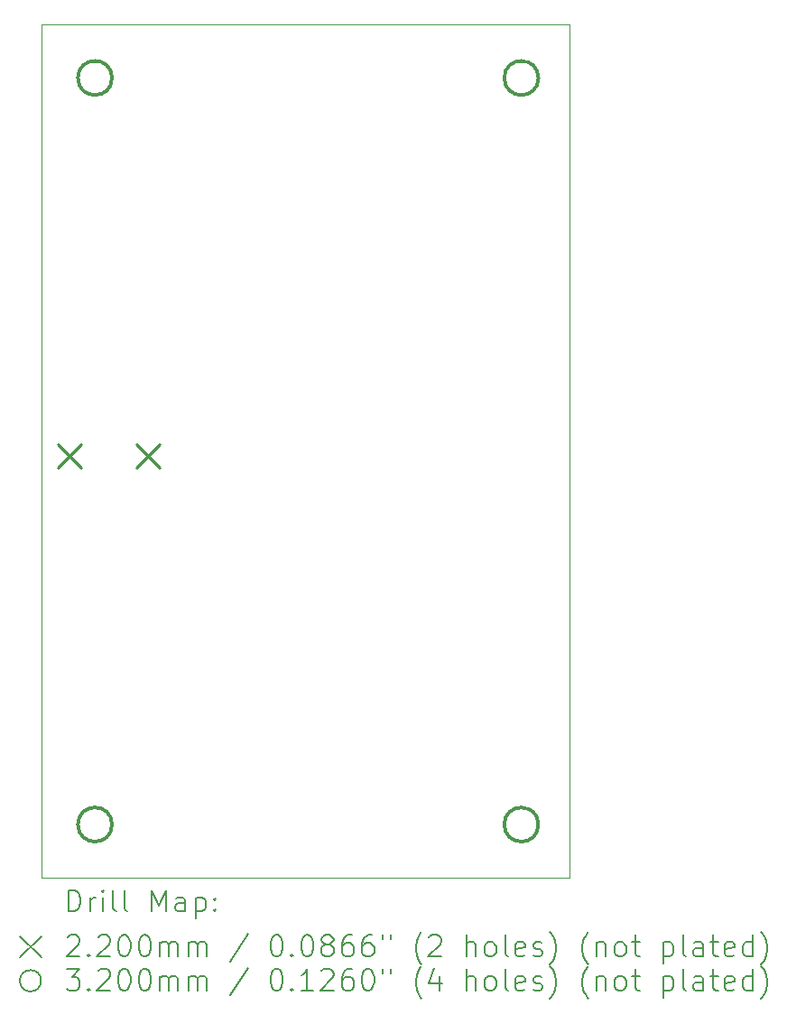
<source format=gbr>
%FSLAX45Y45*%
G04 Gerber Fmt 4.5, Leading zero omitted, Abs format (unit mm)*
G04 Created by KiCad (PCBNEW (6.0.0)) date 2022-03-16 00:11:59*
%MOMM*%
%LPD*%
G01*
G04 APERTURE LIST*
%TA.AperFunction,Profile*%
%ADD10C,0.100000*%
%TD*%
%ADD11C,0.200000*%
%ADD12C,0.220000*%
%ADD13C,0.320000*%
G04 APERTURE END LIST*
D10*
X18150000Y-10200000D02*
X13200000Y-10200000D01*
X13200000Y-10200000D02*
X13200000Y-2200000D01*
X13200000Y-2200000D02*
X18150000Y-2200000D01*
X18150000Y-2200000D02*
X18150000Y-10200000D01*
D11*
D12*
X13352000Y-6138400D02*
X13572000Y-6358400D01*
X13572000Y-6138400D02*
X13352000Y-6358400D01*
X14088600Y-6138400D02*
X14308600Y-6358400D01*
X14308600Y-6138400D02*
X14088600Y-6358400D01*
D13*
X13860000Y-2700000D02*
G75*
G03*
X13860000Y-2700000I-160000J0D01*
G01*
X13860000Y-9700000D02*
G75*
G03*
X13860000Y-9700000I-160000J0D01*
G01*
X17860000Y-2700000D02*
G75*
G03*
X17860000Y-2700000I-160000J0D01*
G01*
X17860000Y-9700000D02*
G75*
G03*
X17860000Y-9700000I-160000J0D01*
G01*
D11*
X13452619Y-10515476D02*
X13452619Y-10315476D01*
X13500238Y-10315476D01*
X13528809Y-10325000D01*
X13547857Y-10344048D01*
X13557381Y-10363095D01*
X13566905Y-10401190D01*
X13566905Y-10429762D01*
X13557381Y-10467857D01*
X13547857Y-10486905D01*
X13528809Y-10505952D01*
X13500238Y-10515476D01*
X13452619Y-10515476D01*
X13652619Y-10515476D02*
X13652619Y-10382143D01*
X13652619Y-10420238D02*
X13662143Y-10401190D01*
X13671667Y-10391667D01*
X13690714Y-10382143D01*
X13709762Y-10382143D01*
X13776428Y-10515476D02*
X13776428Y-10382143D01*
X13776428Y-10315476D02*
X13766905Y-10325000D01*
X13776428Y-10334524D01*
X13785952Y-10325000D01*
X13776428Y-10315476D01*
X13776428Y-10334524D01*
X13900238Y-10515476D02*
X13881190Y-10505952D01*
X13871667Y-10486905D01*
X13871667Y-10315476D01*
X14005000Y-10515476D02*
X13985952Y-10505952D01*
X13976428Y-10486905D01*
X13976428Y-10315476D01*
X14233571Y-10515476D02*
X14233571Y-10315476D01*
X14300238Y-10458333D01*
X14366905Y-10315476D01*
X14366905Y-10515476D01*
X14547857Y-10515476D02*
X14547857Y-10410714D01*
X14538333Y-10391667D01*
X14519286Y-10382143D01*
X14481190Y-10382143D01*
X14462143Y-10391667D01*
X14547857Y-10505952D02*
X14528809Y-10515476D01*
X14481190Y-10515476D01*
X14462143Y-10505952D01*
X14452619Y-10486905D01*
X14452619Y-10467857D01*
X14462143Y-10448810D01*
X14481190Y-10439286D01*
X14528809Y-10439286D01*
X14547857Y-10429762D01*
X14643095Y-10382143D02*
X14643095Y-10582143D01*
X14643095Y-10391667D02*
X14662143Y-10382143D01*
X14700238Y-10382143D01*
X14719286Y-10391667D01*
X14728809Y-10401190D01*
X14738333Y-10420238D01*
X14738333Y-10477381D01*
X14728809Y-10496429D01*
X14719286Y-10505952D01*
X14700238Y-10515476D01*
X14662143Y-10515476D01*
X14643095Y-10505952D01*
X14824048Y-10496429D02*
X14833571Y-10505952D01*
X14824048Y-10515476D01*
X14814524Y-10505952D01*
X14824048Y-10496429D01*
X14824048Y-10515476D01*
X14824048Y-10391667D02*
X14833571Y-10401190D01*
X14824048Y-10410714D01*
X14814524Y-10401190D01*
X14824048Y-10391667D01*
X14824048Y-10410714D01*
X12995000Y-10745000D02*
X13195000Y-10945000D01*
X13195000Y-10745000D02*
X12995000Y-10945000D01*
X13443095Y-10754524D02*
X13452619Y-10745000D01*
X13471667Y-10735476D01*
X13519286Y-10735476D01*
X13538333Y-10745000D01*
X13547857Y-10754524D01*
X13557381Y-10773571D01*
X13557381Y-10792619D01*
X13547857Y-10821190D01*
X13433571Y-10935476D01*
X13557381Y-10935476D01*
X13643095Y-10916429D02*
X13652619Y-10925952D01*
X13643095Y-10935476D01*
X13633571Y-10925952D01*
X13643095Y-10916429D01*
X13643095Y-10935476D01*
X13728809Y-10754524D02*
X13738333Y-10745000D01*
X13757381Y-10735476D01*
X13805000Y-10735476D01*
X13824048Y-10745000D01*
X13833571Y-10754524D01*
X13843095Y-10773571D01*
X13843095Y-10792619D01*
X13833571Y-10821190D01*
X13719286Y-10935476D01*
X13843095Y-10935476D01*
X13966905Y-10735476D02*
X13985952Y-10735476D01*
X14005000Y-10745000D01*
X14014524Y-10754524D01*
X14024048Y-10773571D01*
X14033571Y-10811667D01*
X14033571Y-10859286D01*
X14024048Y-10897381D01*
X14014524Y-10916429D01*
X14005000Y-10925952D01*
X13985952Y-10935476D01*
X13966905Y-10935476D01*
X13947857Y-10925952D01*
X13938333Y-10916429D01*
X13928809Y-10897381D01*
X13919286Y-10859286D01*
X13919286Y-10811667D01*
X13928809Y-10773571D01*
X13938333Y-10754524D01*
X13947857Y-10745000D01*
X13966905Y-10735476D01*
X14157381Y-10735476D02*
X14176428Y-10735476D01*
X14195476Y-10745000D01*
X14205000Y-10754524D01*
X14214524Y-10773571D01*
X14224048Y-10811667D01*
X14224048Y-10859286D01*
X14214524Y-10897381D01*
X14205000Y-10916429D01*
X14195476Y-10925952D01*
X14176428Y-10935476D01*
X14157381Y-10935476D01*
X14138333Y-10925952D01*
X14128809Y-10916429D01*
X14119286Y-10897381D01*
X14109762Y-10859286D01*
X14109762Y-10811667D01*
X14119286Y-10773571D01*
X14128809Y-10754524D01*
X14138333Y-10745000D01*
X14157381Y-10735476D01*
X14309762Y-10935476D02*
X14309762Y-10802143D01*
X14309762Y-10821190D02*
X14319286Y-10811667D01*
X14338333Y-10802143D01*
X14366905Y-10802143D01*
X14385952Y-10811667D01*
X14395476Y-10830714D01*
X14395476Y-10935476D01*
X14395476Y-10830714D02*
X14405000Y-10811667D01*
X14424048Y-10802143D01*
X14452619Y-10802143D01*
X14471667Y-10811667D01*
X14481190Y-10830714D01*
X14481190Y-10935476D01*
X14576428Y-10935476D02*
X14576428Y-10802143D01*
X14576428Y-10821190D02*
X14585952Y-10811667D01*
X14605000Y-10802143D01*
X14633571Y-10802143D01*
X14652619Y-10811667D01*
X14662143Y-10830714D01*
X14662143Y-10935476D01*
X14662143Y-10830714D02*
X14671667Y-10811667D01*
X14690714Y-10802143D01*
X14719286Y-10802143D01*
X14738333Y-10811667D01*
X14747857Y-10830714D01*
X14747857Y-10935476D01*
X15138333Y-10725952D02*
X14966905Y-10983095D01*
X15395476Y-10735476D02*
X15414524Y-10735476D01*
X15433571Y-10745000D01*
X15443095Y-10754524D01*
X15452619Y-10773571D01*
X15462143Y-10811667D01*
X15462143Y-10859286D01*
X15452619Y-10897381D01*
X15443095Y-10916429D01*
X15433571Y-10925952D01*
X15414524Y-10935476D01*
X15395476Y-10935476D01*
X15376428Y-10925952D01*
X15366905Y-10916429D01*
X15357381Y-10897381D01*
X15347857Y-10859286D01*
X15347857Y-10811667D01*
X15357381Y-10773571D01*
X15366905Y-10754524D01*
X15376428Y-10745000D01*
X15395476Y-10735476D01*
X15547857Y-10916429D02*
X15557381Y-10925952D01*
X15547857Y-10935476D01*
X15538333Y-10925952D01*
X15547857Y-10916429D01*
X15547857Y-10935476D01*
X15681190Y-10735476D02*
X15700238Y-10735476D01*
X15719286Y-10745000D01*
X15728809Y-10754524D01*
X15738333Y-10773571D01*
X15747857Y-10811667D01*
X15747857Y-10859286D01*
X15738333Y-10897381D01*
X15728809Y-10916429D01*
X15719286Y-10925952D01*
X15700238Y-10935476D01*
X15681190Y-10935476D01*
X15662143Y-10925952D01*
X15652619Y-10916429D01*
X15643095Y-10897381D01*
X15633571Y-10859286D01*
X15633571Y-10811667D01*
X15643095Y-10773571D01*
X15652619Y-10754524D01*
X15662143Y-10745000D01*
X15681190Y-10735476D01*
X15862143Y-10821190D02*
X15843095Y-10811667D01*
X15833571Y-10802143D01*
X15824048Y-10783095D01*
X15824048Y-10773571D01*
X15833571Y-10754524D01*
X15843095Y-10745000D01*
X15862143Y-10735476D01*
X15900238Y-10735476D01*
X15919286Y-10745000D01*
X15928809Y-10754524D01*
X15938333Y-10773571D01*
X15938333Y-10783095D01*
X15928809Y-10802143D01*
X15919286Y-10811667D01*
X15900238Y-10821190D01*
X15862143Y-10821190D01*
X15843095Y-10830714D01*
X15833571Y-10840238D01*
X15824048Y-10859286D01*
X15824048Y-10897381D01*
X15833571Y-10916429D01*
X15843095Y-10925952D01*
X15862143Y-10935476D01*
X15900238Y-10935476D01*
X15919286Y-10925952D01*
X15928809Y-10916429D01*
X15938333Y-10897381D01*
X15938333Y-10859286D01*
X15928809Y-10840238D01*
X15919286Y-10830714D01*
X15900238Y-10821190D01*
X16109762Y-10735476D02*
X16071667Y-10735476D01*
X16052619Y-10745000D01*
X16043095Y-10754524D01*
X16024048Y-10783095D01*
X16014524Y-10821190D01*
X16014524Y-10897381D01*
X16024048Y-10916429D01*
X16033571Y-10925952D01*
X16052619Y-10935476D01*
X16090714Y-10935476D01*
X16109762Y-10925952D01*
X16119286Y-10916429D01*
X16128809Y-10897381D01*
X16128809Y-10849762D01*
X16119286Y-10830714D01*
X16109762Y-10821190D01*
X16090714Y-10811667D01*
X16052619Y-10811667D01*
X16033571Y-10821190D01*
X16024048Y-10830714D01*
X16014524Y-10849762D01*
X16300238Y-10735476D02*
X16262143Y-10735476D01*
X16243095Y-10745000D01*
X16233571Y-10754524D01*
X16214524Y-10783095D01*
X16205000Y-10821190D01*
X16205000Y-10897381D01*
X16214524Y-10916429D01*
X16224048Y-10925952D01*
X16243095Y-10935476D01*
X16281190Y-10935476D01*
X16300238Y-10925952D01*
X16309762Y-10916429D01*
X16319286Y-10897381D01*
X16319286Y-10849762D01*
X16309762Y-10830714D01*
X16300238Y-10821190D01*
X16281190Y-10811667D01*
X16243095Y-10811667D01*
X16224048Y-10821190D01*
X16214524Y-10830714D01*
X16205000Y-10849762D01*
X16395476Y-10735476D02*
X16395476Y-10773571D01*
X16471667Y-10735476D02*
X16471667Y-10773571D01*
X16766905Y-11011667D02*
X16757381Y-11002143D01*
X16738333Y-10973571D01*
X16728809Y-10954524D01*
X16719286Y-10925952D01*
X16709762Y-10878333D01*
X16709762Y-10840238D01*
X16719286Y-10792619D01*
X16728809Y-10764048D01*
X16738333Y-10745000D01*
X16757381Y-10716429D01*
X16766905Y-10706905D01*
X16833571Y-10754524D02*
X16843095Y-10745000D01*
X16862143Y-10735476D01*
X16909762Y-10735476D01*
X16928810Y-10745000D01*
X16938333Y-10754524D01*
X16947857Y-10773571D01*
X16947857Y-10792619D01*
X16938333Y-10821190D01*
X16824048Y-10935476D01*
X16947857Y-10935476D01*
X17185952Y-10935476D02*
X17185952Y-10735476D01*
X17271667Y-10935476D02*
X17271667Y-10830714D01*
X17262143Y-10811667D01*
X17243095Y-10802143D01*
X17214524Y-10802143D01*
X17195476Y-10811667D01*
X17185952Y-10821190D01*
X17395476Y-10935476D02*
X17376429Y-10925952D01*
X17366905Y-10916429D01*
X17357381Y-10897381D01*
X17357381Y-10840238D01*
X17366905Y-10821190D01*
X17376429Y-10811667D01*
X17395476Y-10802143D01*
X17424048Y-10802143D01*
X17443095Y-10811667D01*
X17452619Y-10821190D01*
X17462143Y-10840238D01*
X17462143Y-10897381D01*
X17452619Y-10916429D01*
X17443095Y-10925952D01*
X17424048Y-10935476D01*
X17395476Y-10935476D01*
X17576429Y-10935476D02*
X17557381Y-10925952D01*
X17547857Y-10906905D01*
X17547857Y-10735476D01*
X17728810Y-10925952D02*
X17709762Y-10935476D01*
X17671667Y-10935476D01*
X17652619Y-10925952D01*
X17643095Y-10906905D01*
X17643095Y-10830714D01*
X17652619Y-10811667D01*
X17671667Y-10802143D01*
X17709762Y-10802143D01*
X17728810Y-10811667D01*
X17738333Y-10830714D01*
X17738333Y-10849762D01*
X17643095Y-10868810D01*
X17814524Y-10925952D02*
X17833571Y-10935476D01*
X17871667Y-10935476D01*
X17890714Y-10925952D01*
X17900238Y-10906905D01*
X17900238Y-10897381D01*
X17890714Y-10878333D01*
X17871667Y-10868810D01*
X17843095Y-10868810D01*
X17824048Y-10859286D01*
X17814524Y-10840238D01*
X17814524Y-10830714D01*
X17824048Y-10811667D01*
X17843095Y-10802143D01*
X17871667Y-10802143D01*
X17890714Y-10811667D01*
X17966905Y-11011667D02*
X17976429Y-11002143D01*
X17995476Y-10973571D01*
X18005000Y-10954524D01*
X18014524Y-10925952D01*
X18024048Y-10878333D01*
X18024048Y-10840238D01*
X18014524Y-10792619D01*
X18005000Y-10764048D01*
X17995476Y-10745000D01*
X17976429Y-10716429D01*
X17966905Y-10706905D01*
X18328810Y-11011667D02*
X18319286Y-11002143D01*
X18300238Y-10973571D01*
X18290714Y-10954524D01*
X18281190Y-10925952D01*
X18271667Y-10878333D01*
X18271667Y-10840238D01*
X18281190Y-10792619D01*
X18290714Y-10764048D01*
X18300238Y-10745000D01*
X18319286Y-10716429D01*
X18328810Y-10706905D01*
X18405000Y-10802143D02*
X18405000Y-10935476D01*
X18405000Y-10821190D02*
X18414524Y-10811667D01*
X18433571Y-10802143D01*
X18462143Y-10802143D01*
X18481190Y-10811667D01*
X18490714Y-10830714D01*
X18490714Y-10935476D01*
X18614524Y-10935476D02*
X18595476Y-10925952D01*
X18585952Y-10916429D01*
X18576429Y-10897381D01*
X18576429Y-10840238D01*
X18585952Y-10821190D01*
X18595476Y-10811667D01*
X18614524Y-10802143D01*
X18643095Y-10802143D01*
X18662143Y-10811667D01*
X18671667Y-10821190D01*
X18681190Y-10840238D01*
X18681190Y-10897381D01*
X18671667Y-10916429D01*
X18662143Y-10925952D01*
X18643095Y-10935476D01*
X18614524Y-10935476D01*
X18738333Y-10802143D02*
X18814524Y-10802143D01*
X18766905Y-10735476D02*
X18766905Y-10906905D01*
X18776429Y-10925952D01*
X18795476Y-10935476D01*
X18814524Y-10935476D01*
X19033571Y-10802143D02*
X19033571Y-11002143D01*
X19033571Y-10811667D02*
X19052619Y-10802143D01*
X19090714Y-10802143D01*
X19109762Y-10811667D01*
X19119286Y-10821190D01*
X19128810Y-10840238D01*
X19128810Y-10897381D01*
X19119286Y-10916429D01*
X19109762Y-10925952D01*
X19090714Y-10935476D01*
X19052619Y-10935476D01*
X19033571Y-10925952D01*
X19243095Y-10935476D02*
X19224048Y-10925952D01*
X19214524Y-10906905D01*
X19214524Y-10735476D01*
X19405000Y-10935476D02*
X19405000Y-10830714D01*
X19395476Y-10811667D01*
X19376429Y-10802143D01*
X19338333Y-10802143D01*
X19319286Y-10811667D01*
X19405000Y-10925952D02*
X19385952Y-10935476D01*
X19338333Y-10935476D01*
X19319286Y-10925952D01*
X19309762Y-10906905D01*
X19309762Y-10887857D01*
X19319286Y-10868810D01*
X19338333Y-10859286D01*
X19385952Y-10859286D01*
X19405000Y-10849762D01*
X19471667Y-10802143D02*
X19547857Y-10802143D01*
X19500238Y-10735476D02*
X19500238Y-10906905D01*
X19509762Y-10925952D01*
X19528810Y-10935476D01*
X19547857Y-10935476D01*
X19690714Y-10925952D02*
X19671667Y-10935476D01*
X19633571Y-10935476D01*
X19614524Y-10925952D01*
X19605000Y-10906905D01*
X19605000Y-10830714D01*
X19614524Y-10811667D01*
X19633571Y-10802143D01*
X19671667Y-10802143D01*
X19690714Y-10811667D01*
X19700238Y-10830714D01*
X19700238Y-10849762D01*
X19605000Y-10868810D01*
X19871667Y-10935476D02*
X19871667Y-10735476D01*
X19871667Y-10925952D02*
X19852619Y-10935476D01*
X19814524Y-10935476D01*
X19795476Y-10925952D01*
X19785952Y-10916429D01*
X19776429Y-10897381D01*
X19776429Y-10840238D01*
X19785952Y-10821190D01*
X19795476Y-10811667D01*
X19814524Y-10802143D01*
X19852619Y-10802143D01*
X19871667Y-10811667D01*
X19947857Y-11011667D02*
X19957381Y-11002143D01*
X19976429Y-10973571D01*
X19985952Y-10954524D01*
X19995476Y-10925952D01*
X20005000Y-10878333D01*
X20005000Y-10840238D01*
X19995476Y-10792619D01*
X19985952Y-10764048D01*
X19976429Y-10745000D01*
X19957381Y-10716429D01*
X19947857Y-10706905D01*
X13195000Y-11165000D02*
G75*
G03*
X13195000Y-11165000I-100000J0D01*
G01*
X13433571Y-11055476D02*
X13557381Y-11055476D01*
X13490714Y-11131667D01*
X13519286Y-11131667D01*
X13538333Y-11141190D01*
X13547857Y-11150714D01*
X13557381Y-11169762D01*
X13557381Y-11217381D01*
X13547857Y-11236428D01*
X13538333Y-11245952D01*
X13519286Y-11255476D01*
X13462143Y-11255476D01*
X13443095Y-11245952D01*
X13433571Y-11236428D01*
X13643095Y-11236428D02*
X13652619Y-11245952D01*
X13643095Y-11255476D01*
X13633571Y-11245952D01*
X13643095Y-11236428D01*
X13643095Y-11255476D01*
X13728809Y-11074524D02*
X13738333Y-11065000D01*
X13757381Y-11055476D01*
X13805000Y-11055476D01*
X13824048Y-11065000D01*
X13833571Y-11074524D01*
X13843095Y-11093571D01*
X13843095Y-11112619D01*
X13833571Y-11141190D01*
X13719286Y-11255476D01*
X13843095Y-11255476D01*
X13966905Y-11055476D02*
X13985952Y-11055476D01*
X14005000Y-11065000D01*
X14014524Y-11074524D01*
X14024048Y-11093571D01*
X14033571Y-11131667D01*
X14033571Y-11179286D01*
X14024048Y-11217381D01*
X14014524Y-11236428D01*
X14005000Y-11245952D01*
X13985952Y-11255476D01*
X13966905Y-11255476D01*
X13947857Y-11245952D01*
X13938333Y-11236428D01*
X13928809Y-11217381D01*
X13919286Y-11179286D01*
X13919286Y-11131667D01*
X13928809Y-11093571D01*
X13938333Y-11074524D01*
X13947857Y-11065000D01*
X13966905Y-11055476D01*
X14157381Y-11055476D02*
X14176428Y-11055476D01*
X14195476Y-11065000D01*
X14205000Y-11074524D01*
X14214524Y-11093571D01*
X14224048Y-11131667D01*
X14224048Y-11179286D01*
X14214524Y-11217381D01*
X14205000Y-11236428D01*
X14195476Y-11245952D01*
X14176428Y-11255476D01*
X14157381Y-11255476D01*
X14138333Y-11245952D01*
X14128809Y-11236428D01*
X14119286Y-11217381D01*
X14109762Y-11179286D01*
X14109762Y-11131667D01*
X14119286Y-11093571D01*
X14128809Y-11074524D01*
X14138333Y-11065000D01*
X14157381Y-11055476D01*
X14309762Y-11255476D02*
X14309762Y-11122143D01*
X14309762Y-11141190D02*
X14319286Y-11131667D01*
X14338333Y-11122143D01*
X14366905Y-11122143D01*
X14385952Y-11131667D01*
X14395476Y-11150714D01*
X14395476Y-11255476D01*
X14395476Y-11150714D02*
X14405000Y-11131667D01*
X14424048Y-11122143D01*
X14452619Y-11122143D01*
X14471667Y-11131667D01*
X14481190Y-11150714D01*
X14481190Y-11255476D01*
X14576428Y-11255476D02*
X14576428Y-11122143D01*
X14576428Y-11141190D02*
X14585952Y-11131667D01*
X14605000Y-11122143D01*
X14633571Y-11122143D01*
X14652619Y-11131667D01*
X14662143Y-11150714D01*
X14662143Y-11255476D01*
X14662143Y-11150714D02*
X14671667Y-11131667D01*
X14690714Y-11122143D01*
X14719286Y-11122143D01*
X14738333Y-11131667D01*
X14747857Y-11150714D01*
X14747857Y-11255476D01*
X15138333Y-11045952D02*
X14966905Y-11303095D01*
X15395476Y-11055476D02*
X15414524Y-11055476D01*
X15433571Y-11065000D01*
X15443095Y-11074524D01*
X15452619Y-11093571D01*
X15462143Y-11131667D01*
X15462143Y-11179286D01*
X15452619Y-11217381D01*
X15443095Y-11236428D01*
X15433571Y-11245952D01*
X15414524Y-11255476D01*
X15395476Y-11255476D01*
X15376428Y-11245952D01*
X15366905Y-11236428D01*
X15357381Y-11217381D01*
X15347857Y-11179286D01*
X15347857Y-11131667D01*
X15357381Y-11093571D01*
X15366905Y-11074524D01*
X15376428Y-11065000D01*
X15395476Y-11055476D01*
X15547857Y-11236428D02*
X15557381Y-11245952D01*
X15547857Y-11255476D01*
X15538333Y-11245952D01*
X15547857Y-11236428D01*
X15547857Y-11255476D01*
X15747857Y-11255476D02*
X15633571Y-11255476D01*
X15690714Y-11255476D02*
X15690714Y-11055476D01*
X15671667Y-11084048D01*
X15652619Y-11103095D01*
X15633571Y-11112619D01*
X15824048Y-11074524D02*
X15833571Y-11065000D01*
X15852619Y-11055476D01*
X15900238Y-11055476D01*
X15919286Y-11065000D01*
X15928809Y-11074524D01*
X15938333Y-11093571D01*
X15938333Y-11112619D01*
X15928809Y-11141190D01*
X15814524Y-11255476D01*
X15938333Y-11255476D01*
X16109762Y-11055476D02*
X16071667Y-11055476D01*
X16052619Y-11065000D01*
X16043095Y-11074524D01*
X16024048Y-11103095D01*
X16014524Y-11141190D01*
X16014524Y-11217381D01*
X16024048Y-11236428D01*
X16033571Y-11245952D01*
X16052619Y-11255476D01*
X16090714Y-11255476D01*
X16109762Y-11245952D01*
X16119286Y-11236428D01*
X16128809Y-11217381D01*
X16128809Y-11169762D01*
X16119286Y-11150714D01*
X16109762Y-11141190D01*
X16090714Y-11131667D01*
X16052619Y-11131667D01*
X16033571Y-11141190D01*
X16024048Y-11150714D01*
X16014524Y-11169762D01*
X16252619Y-11055476D02*
X16271667Y-11055476D01*
X16290714Y-11065000D01*
X16300238Y-11074524D01*
X16309762Y-11093571D01*
X16319286Y-11131667D01*
X16319286Y-11179286D01*
X16309762Y-11217381D01*
X16300238Y-11236428D01*
X16290714Y-11245952D01*
X16271667Y-11255476D01*
X16252619Y-11255476D01*
X16233571Y-11245952D01*
X16224048Y-11236428D01*
X16214524Y-11217381D01*
X16205000Y-11179286D01*
X16205000Y-11131667D01*
X16214524Y-11093571D01*
X16224048Y-11074524D01*
X16233571Y-11065000D01*
X16252619Y-11055476D01*
X16395476Y-11055476D02*
X16395476Y-11093571D01*
X16471667Y-11055476D02*
X16471667Y-11093571D01*
X16766905Y-11331667D02*
X16757381Y-11322143D01*
X16738333Y-11293571D01*
X16728809Y-11274524D01*
X16719286Y-11245952D01*
X16709762Y-11198333D01*
X16709762Y-11160238D01*
X16719286Y-11112619D01*
X16728809Y-11084048D01*
X16738333Y-11065000D01*
X16757381Y-11036429D01*
X16766905Y-11026905D01*
X16928810Y-11122143D02*
X16928810Y-11255476D01*
X16881190Y-11045952D02*
X16833571Y-11188809D01*
X16957381Y-11188809D01*
X17185952Y-11255476D02*
X17185952Y-11055476D01*
X17271667Y-11255476D02*
X17271667Y-11150714D01*
X17262143Y-11131667D01*
X17243095Y-11122143D01*
X17214524Y-11122143D01*
X17195476Y-11131667D01*
X17185952Y-11141190D01*
X17395476Y-11255476D02*
X17376429Y-11245952D01*
X17366905Y-11236428D01*
X17357381Y-11217381D01*
X17357381Y-11160238D01*
X17366905Y-11141190D01*
X17376429Y-11131667D01*
X17395476Y-11122143D01*
X17424048Y-11122143D01*
X17443095Y-11131667D01*
X17452619Y-11141190D01*
X17462143Y-11160238D01*
X17462143Y-11217381D01*
X17452619Y-11236428D01*
X17443095Y-11245952D01*
X17424048Y-11255476D01*
X17395476Y-11255476D01*
X17576429Y-11255476D02*
X17557381Y-11245952D01*
X17547857Y-11226905D01*
X17547857Y-11055476D01*
X17728810Y-11245952D02*
X17709762Y-11255476D01*
X17671667Y-11255476D01*
X17652619Y-11245952D01*
X17643095Y-11226905D01*
X17643095Y-11150714D01*
X17652619Y-11131667D01*
X17671667Y-11122143D01*
X17709762Y-11122143D01*
X17728810Y-11131667D01*
X17738333Y-11150714D01*
X17738333Y-11169762D01*
X17643095Y-11188809D01*
X17814524Y-11245952D02*
X17833571Y-11255476D01*
X17871667Y-11255476D01*
X17890714Y-11245952D01*
X17900238Y-11226905D01*
X17900238Y-11217381D01*
X17890714Y-11198333D01*
X17871667Y-11188809D01*
X17843095Y-11188809D01*
X17824048Y-11179286D01*
X17814524Y-11160238D01*
X17814524Y-11150714D01*
X17824048Y-11131667D01*
X17843095Y-11122143D01*
X17871667Y-11122143D01*
X17890714Y-11131667D01*
X17966905Y-11331667D02*
X17976429Y-11322143D01*
X17995476Y-11293571D01*
X18005000Y-11274524D01*
X18014524Y-11245952D01*
X18024048Y-11198333D01*
X18024048Y-11160238D01*
X18014524Y-11112619D01*
X18005000Y-11084048D01*
X17995476Y-11065000D01*
X17976429Y-11036429D01*
X17966905Y-11026905D01*
X18328810Y-11331667D02*
X18319286Y-11322143D01*
X18300238Y-11293571D01*
X18290714Y-11274524D01*
X18281190Y-11245952D01*
X18271667Y-11198333D01*
X18271667Y-11160238D01*
X18281190Y-11112619D01*
X18290714Y-11084048D01*
X18300238Y-11065000D01*
X18319286Y-11036429D01*
X18328810Y-11026905D01*
X18405000Y-11122143D02*
X18405000Y-11255476D01*
X18405000Y-11141190D02*
X18414524Y-11131667D01*
X18433571Y-11122143D01*
X18462143Y-11122143D01*
X18481190Y-11131667D01*
X18490714Y-11150714D01*
X18490714Y-11255476D01*
X18614524Y-11255476D02*
X18595476Y-11245952D01*
X18585952Y-11236428D01*
X18576429Y-11217381D01*
X18576429Y-11160238D01*
X18585952Y-11141190D01*
X18595476Y-11131667D01*
X18614524Y-11122143D01*
X18643095Y-11122143D01*
X18662143Y-11131667D01*
X18671667Y-11141190D01*
X18681190Y-11160238D01*
X18681190Y-11217381D01*
X18671667Y-11236428D01*
X18662143Y-11245952D01*
X18643095Y-11255476D01*
X18614524Y-11255476D01*
X18738333Y-11122143D02*
X18814524Y-11122143D01*
X18766905Y-11055476D02*
X18766905Y-11226905D01*
X18776429Y-11245952D01*
X18795476Y-11255476D01*
X18814524Y-11255476D01*
X19033571Y-11122143D02*
X19033571Y-11322143D01*
X19033571Y-11131667D02*
X19052619Y-11122143D01*
X19090714Y-11122143D01*
X19109762Y-11131667D01*
X19119286Y-11141190D01*
X19128810Y-11160238D01*
X19128810Y-11217381D01*
X19119286Y-11236428D01*
X19109762Y-11245952D01*
X19090714Y-11255476D01*
X19052619Y-11255476D01*
X19033571Y-11245952D01*
X19243095Y-11255476D02*
X19224048Y-11245952D01*
X19214524Y-11226905D01*
X19214524Y-11055476D01*
X19405000Y-11255476D02*
X19405000Y-11150714D01*
X19395476Y-11131667D01*
X19376429Y-11122143D01*
X19338333Y-11122143D01*
X19319286Y-11131667D01*
X19405000Y-11245952D02*
X19385952Y-11255476D01*
X19338333Y-11255476D01*
X19319286Y-11245952D01*
X19309762Y-11226905D01*
X19309762Y-11207857D01*
X19319286Y-11188809D01*
X19338333Y-11179286D01*
X19385952Y-11179286D01*
X19405000Y-11169762D01*
X19471667Y-11122143D02*
X19547857Y-11122143D01*
X19500238Y-11055476D02*
X19500238Y-11226905D01*
X19509762Y-11245952D01*
X19528810Y-11255476D01*
X19547857Y-11255476D01*
X19690714Y-11245952D02*
X19671667Y-11255476D01*
X19633571Y-11255476D01*
X19614524Y-11245952D01*
X19605000Y-11226905D01*
X19605000Y-11150714D01*
X19614524Y-11131667D01*
X19633571Y-11122143D01*
X19671667Y-11122143D01*
X19690714Y-11131667D01*
X19700238Y-11150714D01*
X19700238Y-11169762D01*
X19605000Y-11188809D01*
X19871667Y-11255476D02*
X19871667Y-11055476D01*
X19871667Y-11245952D02*
X19852619Y-11255476D01*
X19814524Y-11255476D01*
X19795476Y-11245952D01*
X19785952Y-11236428D01*
X19776429Y-11217381D01*
X19776429Y-11160238D01*
X19785952Y-11141190D01*
X19795476Y-11131667D01*
X19814524Y-11122143D01*
X19852619Y-11122143D01*
X19871667Y-11131667D01*
X19947857Y-11331667D02*
X19957381Y-11322143D01*
X19976429Y-11293571D01*
X19985952Y-11274524D01*
X19995476Y-11245952D01*
X20005000Y-11198333D01*
X20005000Y-11160238D01*
X19995476Y-11112619D01*
X19985952Y-11084048D01*
X19976429Y-11065000D01*
X19957381Y-11036429D01*
X19947857Y-11026905D01*
M02*

</source>
